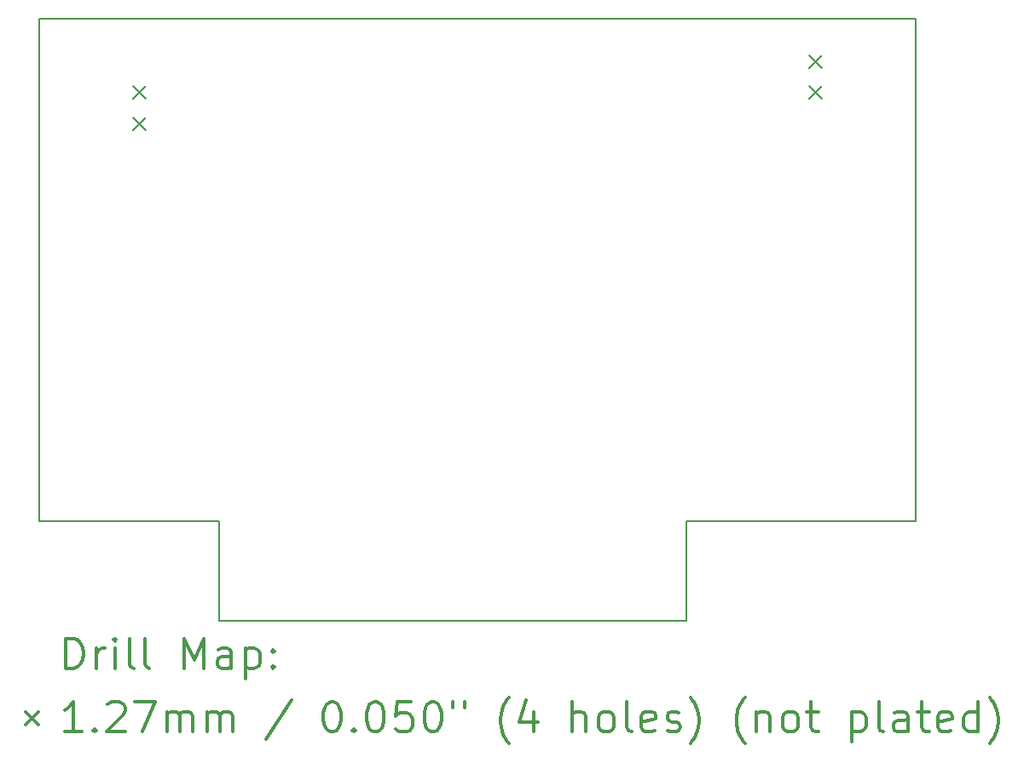
<source format=gbr>
%FSLAX45Y45*%
G04 Gerber Fmt 4.5, Leading zero omitted, Abs format (unit mm)*
G04 Created by KiCad (PCBNEW 4.0.7) date Fri Jan 12 23:49:57 2018*
%MOMM*%
%LPD*%
G01*
G04 APERTURE LIST*
%ADD10C,0.127000*%
%ADD11C,0.150000*%
%ADD12C,0.200000*%
%ADD13C,0.300000*%
G04 APERTURE END LIST*
D10*
D11*
X7435000Y-14260000D02*
X5650000Y-14260000D01*
X7435000Y-15250000D02*
X7435000Y-14260000D01*
X12075000Y-15250000D02*
X7435000Y-15250000D01*
X12075000Y-14260000D02*
X12075000Y-15250000D01*
X14350000Y-14260000D02*
X12075000Y-14260000D01*
X14350000Y-9260000D02*
X14350000Y-14260000D01*
X14349984Y-9260078D02*
X5649976Y-9260078D01*
X5650000Y-9260000D02*
X5650000Y-14260000D01*
D12*
X6582400Y-9936500D02*
X6709400Y-10063500D01*
X6709400Y-9936500D02*
X6582400Y-10063500D01*
X6582400Y-10241500D02*
X6709400Y-10368500D01*
X6709400Y-10241500D02*
X6582400Y-10368500D01*
X13290400Y-9631500D02*
X13417400Y-9758500D01*
X13417400Y-9631500D02*
X13290400Y-9758500D01*
X13290400Y-9936500D02*
X13417400Y-10063500D01*
X13417400Y-9936500D02*
X13290400Y-10063500D01*
D13*
X5913904Y-15723214D02*
X5913904Y-15423214D01*
X5985333Y-15423214D01*
X6028190Y-15437500D01*
X6056762Y-15466071D01*
X6071047Y-15494643D01*
X6085333Y-15551786D01*
X6085333Y-15594643D01*
X6071047Y-15651786D01*
X6056762Y-15680357D01*
X6028190Y-15708929D01*
X5985333Y-15723214D01*
X5913904Y-15723214D01*
X6213904Y-15723214D02*
X6213904Y-15523214D01*
X6213904Y-15580357D02*
X6228190Y-15551786D01*
X6242476Y-15537500D01*
X6271047Y-15523214D01*
X6299619Y-15523214D01*
X6399619Y-15723214D02*
X6399619Y-15523214D01*
X6399619Y-15423214D02*
X6385333Y-15437500D01*
X6399619Y-15451786D01*
X6413904Y-15437500D01*
X6399619Y-15423214D01*
X6399619Y-15451786D01*
X6585333Y-15723214D02*
X6556762Y-15708929D01*
X6542476Y-15680357D01*
X6542476Y-15423214D01*
X6742476Y-15723214D02*
X6713904Y-15708929D01*
X6699619Y-15680357D01*
X6699619Y-15423214D01*
X7085333Y-15723214D02*
X7085333Y-15423214D01*
X7185333Y-15637500D01*
X7285333Y-15423214D01*
X7285333Y-15723214D01*
X7556762Y-15723214D02*
X7556762Y-15566071D01*
X7542476Y-15537500D01*
X7513904Y-15523214D01*
X7456762Y-15523214D01*
X7428190Y-15537500D01*
X7556762Y-15708929D02*
X7528190Y-15723214D01*
X7456762Y-15723214D01*
X7428190Y-15708929D01*
X7413904Y-15680357D01*
X7413904Y-15651786D01*
X7428190Y-15623214D01*
X7456762Y-15608929D01*
X7528190Y-15608929D01*
X7556762Y-15594643D01*
X7699619Y-15523214D02*
X7699619Y-15823214D01*
X7699619Y-15537500D02*
X7728190Y-15523214D01*
X7785333Y-15523214D01*
X7813904Y-15537500D01*
X7828190Y-15551786D01*
X7842476Y-15580357D01*
X7842476Y-15666071D01*
X7828190Y-15694643D01*
X7813904Y-15708929D01*
X7785333Y-15723214D01*
X7728190Y-15723214D01*
X7699619Y-15708929D01*
X7971047Y-15694643D02*
X7985333Y-15708929D01*
X7971047Y-15723214D01*
X7956762Y-15708929D01*
X7971047Y-15694643D01*
X7971047Y-15723214D01*
X7971047Y-15537500D02*
X7985333Y-15551786D01*
X7971047Y-15566071D01*
X7956762Y-15551786D01*
X7971047Y-15537500D01*
X7971047Y-15566071D01*
X5515476Y-16154000D02*
X5642476Y-16281000D01*
X5642476Y-16154000D02*
X5515476Y-16281000D01*
X6071047Y-16353214D02*
X5899619Y-16353214D01*
X5985333Y-16353214D02*
X5985333Y-16053214D01*
X5956762Y-16096071D01*
X5928190Y-16124643D01*
X5899619Y-16138929D01*
X6199619Y-16324643D02*
X6213904Y-16338929D01*
X6199619Y-16353214D01*
X6185333Y-16338929D01*
X6199619Y-16324643D01*
X6199619Y-16353214D01*
X6328190Y-16081786D02*
X6342476Y-16067500D01*
X6371047Y-16053214D01*
X6442476Y-16053214D01*
X6471047Y-16067500D01*
X6485333Y-16081786D01*
X6499619Y-16110357D01*
X6499619Y-16138929D01*
X6485333Y-16181786D01*
X6313904Y-16353214D01*
X6499619Y-16353214D01*
X6599619Y-16053214D02*
X6799619Y-16053214D01*
X6671047Y-16353214D01*
X6913904Y-16353214D02*
X6913904Y-16153214D01*
X6913904Y-16181786D02*
X6928190Y-16167500D01*
X6956762Y-16153214D01*
X6999619Y-16153214D01*
X7028190Y-16167500D01*
X7042476Y-16196071D01*
X7042476Y-16353214D01*
X7042476Y-16196071D02*
X7056762Y-16167500D01*
X7085333Y-16153214D01*
X7128190Y-16153214D01*
X7156762Y-16167500D01*
X7171047Y-16196071D01*
X7171047Y-16353214D01*
X7313904Y-16353214D02*
X7313904Y-16153214D01*
X7313904Y-16181786D02*
X7328190Y-16167500D01*
X7356762Y-16153214D01*
X7399619Y-16153214D01*
X7428190Y-16167500D01*
X7442476Y-16196071D01*
X7442476Y-16353214D01*
X7442476Y-16196071D02*
X7456762Y-16167500D01*
X7485333Y-16153214D01*
X7528190Y-16153214D01*
X7556762Y-16167500D01*
X7571047Y-16196071D01*
X7571047Y-16353214D01*
X8156762Y-16038929D02*
X7899619Y-16424643D01*
X8542476Y-16053214D02*
X8571047Y-16053214D01*
X8599619Y-16067500D01*
X8613904Y-16081786D01*
X8628190Y-16110357D01*
X8642476Y-16167500D01*
X8642476Y-16238929D01*
X8628190Y-16296071D01*
X8613904Y-16324643D01*
X8599619Y-16338929D01*
X8571047Y-16353214D01*
X8542476Y-16353214D01*
X8513904Y-16338929D01*
X8499619Y-16324643D01*
X8485333Y-16296071D01*
X8471047Y-16238929D01*
X8471047Y-16167500D01*
X8485333Y-16110357D01*
X8499619Y-16081786D01*
X8513904Y-16067500D01*
X8542476Y-16053214D01*
X8771047Y-16324643D02*
X8785333Y-16338929D01*
X8771047Y-16353214D01*
X8756762Y-16338929D01*
X8771047Y-16324643D01*
X8771047Y-16353214D01*
X8971047Y-16053214D02*
X8999619Y-16053214D01*
X9028190Y-16067500D01*
X9042476Y-16081786D01*
X9056762Y-16110357D01*
X9071047Y-16167500D01*
X9071047Y-16238929D01*
X9056762Y-16296071D01*
X9042476Y-16324643D01*
X9028190Y-16338929D01*
X8999619Y-16353214D01*
X8971047Y-16353214D01*
X8942476Y-16338929D01*
X8928190Y-16324643D01*
X8913904Y-16296071D01*
X8899619Y-16238929D01*
X8899619Y-16167500D01*
X8913904Y-16110357D01*
X8928190Y-16081786D01*
X8942476Y-16067500D01*
X8971047Y-16053214D01*
X9342476Y-16053214D02*
X9199619Y-16053214D01*
X9185333Y-16196071D01*
X9199619Y-16181786D01*
X9228190Y-16167500D01*
X9299619Y-16167500D01*
X9328190Y-16181786D01*
X9342476Y-16196071D01*
X9356762Y-16224643D01*
X9356762Y-16296071D01*
X9342476Y-16324643D01*
X9328190Y-16338929D01*
X9299619Y-16353214D01*
X9228190Y-16353214D01*
X9199619Y-16338929D01*
X9185333Y-16324643D01*
X9542476Y-16053214D02*
X9571047Y-16053214D01*
X9599619Y-16067500D01*
X9613904Y-16081786D01*
X9628190Y-16110357D01*
X9642476Y-16167500D01*
X9642476Y-16238929D01*
X9628190Y-16296071D01*
X9613904Y-16324643D01*
X9599619Y-16338929D01*
X9571047Y-16353214D01*
X9542476Y-16353214D01*
X9513904Y-16338929D01*
X9499619Y-16324643D01*
X9485333Y-16296071D01*
X9471047Y-16238929D01*
X9471047Y-16167500D01*
X9485333Y-16110357D01*
X9499619Y-16081786D01*
X9513904Y-16067500D01*
X9542476Y-16053214D01*
X9756762Y-16053214D02*
X9756762Y-16110357D01*
X9871047Y-16053214D02*
X9871047Y-16110357D01*
X10313904Y-16467500D02*
X10299619Y-16453214D01*
X10271047Y-16410357D01*
X10256762Y-16381786D01*
X10242476Y-16338929D01*
X10228190Y-16267500D01*
X10228190Y-16210357D01*
X10242476Y-16138929D01*
X10256762Y-16096071D01*
X10271047Y-16067500D01*
X10299619Y-16024643D01*
X10313904Y-16010357D01*
X10556762Y-16153214D02*
X10556762Y-16353214D01*
X10485333Y-16038929D02*
X10413904Y-16253214D01*
X10599619Y-16253214D01*
X10942476Y-16353214D02*
X10942476Y-16053214D01*
X11071047Y-16353214D02*
X11071047Y-16196071D01*
X11056762Y-16167500D01*
X11028190Y-16153214D01*
X10985333Y-16153214D01*
X10956762Y-16167500D01*
X10942476Y-16181786D01*
X11256761Y-16353214D02*
X11228190Y-16338929D01*
X11213904Y-16324643D01*
X11199619Y-16296071D01*
X11199619Y-16210357D01*
X11213904Y-16181786D01*
X11228190Y-16167500D01*
X11256761Y-16153214D01*
X11299619Y-16153214D01*
X11328190Y-16167500D01*
X11342476Y-16181786D01*
X11356761Y-16210357D01*
X11356761Y-16296071D01*
X11342476Y-16324643D01*
X11328190Y-16338929D01*
X11299619Y-16353214D01*
X11256761Y-16353214D01*
X11528190Y-16353214D02*
X11499619Y-16338929D01*
X11485333Y-16310357D01*
X11485333Y-16053214D01*
X11756762Y-16338929D02*
X11728190Y-16353214D01*
X11671047Y-16353214D01*
X11642476Y-16338929D01*
X11628190Y-16310357D01*
X11628190Y-16196071D01*
X11642476Y-16167500D01*
X11671047Y-16153214D01*
X11728190Y-16153214D01*
X11756762Y-16167500D01*
X11771047Y-16196071D01*
X11771047Y-16224643D01*
X11628190Y-16253214D01*
X11885333Y-16338929D02*
X11913904Y-16353214D01*
X11971047Y-16353214D01*
X11999619Y-16338929D01*
X12013904Y-16310357D01*
X12013904Y-16296071D01*
X11999619Y-16267500D01*
X11971047Y-16253214D01*
X11928190Y-16253214D01*
X11899619Y-16238929D01*
X11885333Y-16210357D01*
X11885333Y-16196071D01*
X11899619Y-16167500D01*
X11928190Y-16153214D01*
X11971047Y-16153214D01*
X11999619Y-16167500D01*
X12113904Y-16467500D02*
X12128190Y-16453214D01*
X12156762Y-16410357D01*
X12171047Y-16381786D01*
X12185333Y-16338929D01*
X12199619Y-16267500D01*
X12199619Y-16210357D01*
X12185333Y-16138929D01*
X12171047Y-16096071D01*
X12156762Y-16067500D01*
X12128190Y-16024643D01*
X12113904Y-16010357D01*
X12656762Y-16467500D02*
X12642476Y-16453214D01*
X12613904Y-16410357D01*
X12599619Y-16381786D01*
X12585333Y-16338929D01*
X12571047Y-16267500D01*
X12571047Y-16210357D01*
X12585333Y-16138929D01*
X12599619Y-16096071D01*
X12613904Y-16067500D01*
X12642476Y-16024643D01*
X12656762Y-16010357D01*
X12771047Y-16153214D02*
X12771047Y-16353214D01*
X12771047Y-16181786D02*
X12785333Y-16167500D01*
X12813904Y-16153214D01*
X12856762Y-16153214D01*
X12885333Y-16167500D01*
X12899619Y-16196071D01*
X12899619Y-16353214D01*
X13085333Y-16353214D02*
X13056762Y-16338929D01*
X13042476Y-16324643D01*
X13028190Y-16296071D01*
X13028190Y-16210357D01*
X13042476Y-16181786D01*
X13056762Y-16167500D01*
X13085333Y-16153214D01*
X13128190Y-16153214D01*
X13156762Y-16167500D01*
X13171047Y-16181786D01*
X13185333Y-16210357D01*
X13185333Y-16296071D01*
X13171047Y-16324643D01*
X13156762Y-16338929D01*
X13128190Y-16353214D01*
X13085333Y-16353214D01*
X13271047Y-16153214D02*
X13385333Y-16153214D01*
X13313904Y-16053214D02*
X13313904Y-16310357D01*
X13328190Y-16338929D01*
X13356762Y-16353214D01*
X13385333Y-16353214D01*
X13713904Y-16153214D02*
X13713904Y-16453214D01*
X13713904Y-16167500D02*
X13742476Y-16153214D01*
X13799619Y-16153214D01*
X13828190Y-16167500D01*
X13842476Y-16181786D01*
X13856762Y-16210357D01*
X13856762Y-16296071D01*
X13842476Y-16324643D01*
X13828190Y-16338929D01*
X13799619Y-16353214D01*
X13742476Y-16353214D01*
X13713904Y-16338929D01*
X14028190Y-16353214D02*
X13999619Y-16338929D01*
X13985333Y-16310357D01*
X13985333Y-16053214D01*
X14271047Y-16353214D02*
X14271047Y-16196071D01*
X14256762Y-16167500D01*
X14228190Y-16153214D01*
X14171047Y-16153214D01*
X14142476Y-16167500D01*
X14271047Y-16338929D02*
X14242476Y-16353214D01*
X14171047Y-16353214D01*
X14142476Y-16338929D01*
X14128190Y-16310357D01*
X14128190Y-16281786D01*
X14142476Y-16253214D01*
X14171047Y-16238929D01*
X14242476Y-16238929D01*
X14271047Y-16224643D01*
X14371047Y-16153214D02*
X14485333Y-16153214D01*
X14413905Y-16053214D02*
X14413905Y-16310357D01*
X14428190Y-16338929D01*
X14456762Y-16353214D01*
X14485333Y-16353214D01*
X14699619Y-16338929D02*
X14671047Y-16353214D01*
X14613905Y-16353214D01*
X14585333Y-16338929D01*
X14571047Y-16310357D01*
X14571047Y-16196071D01*
X14585333Y-16167500D01*
X14613905Y-16153214D01*
X14671047Y-16153214D01*
X14699619Y-16167500D01*
X14713905Y-16196071D01*
X14713905Y-16224643D01*
X14571047Y-16253214D01*
X14971047Y-16353214D02*
X14971047Y-16053214D01*
X14971047Y-16338929D02*
X14942476Y-16353214D01*
X14885333Y-16353214D01*
X14856762Y-16338929D01*
X14842476Y-16324643D01*
X14828190Y-16296071D01*
X14828190Y-16210357D01*
X14842476Y-16181786D01*
X14856762Y-16167500D01*
X14885333Y-16153214D01*
X14942476Y-16153214D01*
X14971047Y-16167500D01*
X15085333Y-16467500D02*
X15099619Y-16453214D01*
X15128190Y-16410357D01*
X15142476Y-16381786D01*
X15156762Y-16338929D01*
X15171047Y-16267500D01*
X15171047Y-16210357D01*
X15156762Y-16138929D01*
X15142476Y-16096071D01*
X15128190Y-16067500D01*
X15099619Y-16024643D01*
X15085333Y-16010357D01*
M02*

</source>
